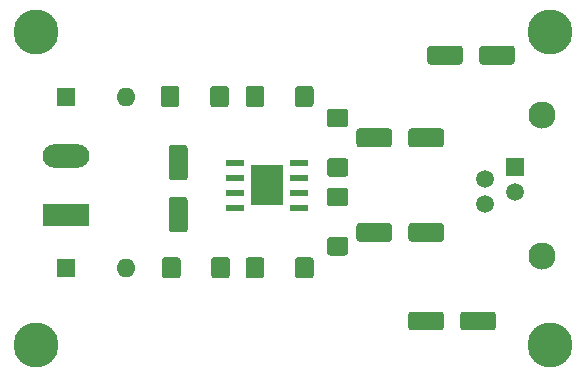
<source format=gbr>
%TF.GenerationSoftware,KiCad,Pcbnew,5.1.6-c6e7f7d~87~ubuntu20.04.1*%
%TF.CreationDate,2020-07-30T11:34:07+02:00*%
%TF.ProjectId,piezo,7069657a-6f2e-46b6-9963-61645f706362,rev?*%
%TF.SameCoordinates,Original*%
%TF.FileFunction,Soldermask,Top*%
%TF.FilePolarity,Negative*%
%FSLAX46Y46*%
G04 Gerber Fmt 4.6, Leading zero omitted, Abs format (unit mm)*
G04 Created by KiCad (PCBNEW 5.1.6-c6e7f7d~87~ubuntu20.04.1) date 2020-07-30 11:34:07*
%MOMM*%
%LPD*%
G01*
G04 APERTURE LIST*
%ADD10C,2.300000*%
%ADD11R,1.500000X1.500000*%
%ADD12C,1.500000*%
%ADD13C,3.800000*%
%ADD14R,1.550000X0.600000*%
%ADD15R,2.710000X3.400000*%
%ADD16R,3.960000X1.980000*%
%ADD17O,3.960000X1.980000*%
%ADD18O,1.600000X1.600000*%
%ADD19R,1.600000X1.600000*%
G04 APERTURE END LIST*
%TO.C,C1*%
G36*
G01*
X136500000Y-135450000D02*
X136500000Y-136550000D01*
G75*
G02*
X136250000Y-136800000I-250000J0D01*
G01*
X133750000Y-136800000D01*
G75*
G02*
X133500000Y-136550000I0J250000D01*
G01*
X133500000Y-135450000D01*
G75*
G02*
X133750000Y-135200000I250000J0D01*
G01*
X136250000Y-135200000D01*
G75*
G02*
X136500000Y-135450000I0J-250000D01*
G01*
G37*
G36*
G01*
X132100000Y-135450000D02*
X132100000Y-136550000D01*
G75*
G02*
X131850000Y-136800000I-250000J0D01*
G01*
X129350000Y-136800000D01*
G75*
G02*
X129100000Y-136550000I0J250000D01*
G01*
X129100000Y-135450000D01*
G75*
G02*
X129350000Y-135200000I250000J0D01*
G01*
X131850000Y-135200000D01*
G75*
G02*
X132100000Y-135450000I0J-250000D01*
G01*
G37*
%TD*%
D10*
%TO.C,J5*%
X144800000Y-126030000D03*
D11*
X142500000Y-130500000D03*
D12*
X139960000Y-131520000D03*
X142500000Y-132540000D03*
D10*
X144800000Y-138030000D03*
D12*
X139960000Y-133560000D03*
%TD*%
D13*
%TO.C,J1*%
X145500000Y-119000000D03*
%TD*%
%TO.C,J2*%
X145500000Y-145500000D03*
%TD*%
%TO.C,J3*%
X102000000Y-119000000D03*
%TD*%
%TO.C,J4*%
X102000000Y-145500000D03*
%TD*%
%TO.C,C2*%
G36*
G01*
X136500000Y-127450000D02*
X136500000Y-128550000D01*
G75*
G02*
X136250000Y-128800000I-250000J0D01*
G01*
X133750000Y-128800000D01*
G75*
G02*
X133500000Y-128550000I0J250000D01*
G01*
X133500000Y-127450000D01*
G75*
G02*
X133750000Y-127200000I250000J0D01*
G01*
X136250000Y-127200000D01*
G75*
G02*
X136500000Y-127450000I0J-250000D01*
G01*
G37*
G36*
G01*
X132100000Y-127450000D02*
X132100000Y-128550000D01*
G75*
G02*
X131850000Y-128800000I-250000J0D01*
G01*
X129350000Y-128800000D01*
G75*
G02*
X129100000Y-128550000I0J250000D01*
G01*
X129100000Y-127450000D01*
G75*
G02*
X129350000Y-127200000I250000J0D01*
G01*
X131850000Y-127200000D01*
G75*
G02*
X132100000Y-127450000I0J-250000D01*
G01*
G37*
%TD*%
%TO.C,C3*%
G36*
G01*
X137900000Y-144050000D02*
X137900000Y-142950000D01*
G75*
G02*
X138150000Y-142700000I250000J0D01*
G01*
X140650000Y-142700000D01*
G75*
G02*
X140900000Y-142950000I0J-250000D01*
G01*
X140900000Y-144050000D01*
G75*
G02*
X140650000Y-144300000I-250000J0D01*
G01*
X138150000Y-144300000D01*
G75*
G02*
X137900000Y-144050000I0J250000D01*
G01*
G37*
G36*
G01*
X133500000Y-144050000D02*
X133500000Y-142950000D01*
G75*
G02*
X133750000Y-142700000I250000J0D01*
G01*
X136250000Y-142700000D01*
G75*
G02*
X136500000Y-142950000I0J-250000D01*
G01*
X136500000Y-144050000D01*
G75*
G02*
X136250000Y-144300000I-250000J0D01*
G01*
X133750000Y-144300000D01*
G75*
G02*
X133500000Y-144050000I0J250000D01*
G01*
G37*
%TD*%
%TO.C,C4*%
G36*
G01*
X114550000Y-136000000D02*
X113450000Y-136000000D01*
G75*
G02*
X113200000Y-135750000I0J250000D01*
G01*
X113200000Y-133250000D01*
G75*
G02*
X113450000Y-133000000I250000J0D01*
G01*
X114550000Y-133000000D01*
G75*
G02*
X114800000Y-133250000I0J-250000D01*
G01*
X114800000Y-135750000D01*
G75*
G02*
X114550000Y-136000000I-250000J0D01*
G01*
G37*
G36*
G01*
X114550000Y-131600000D02*
X113450000Y-131600000D01*
G75*
G02*
X113200000Y-131350000I0J250000D01*
G01*
X113200000Y-128850000D01*
G75*
G02*
X113450000Y-128600000I250000J0D01*
G01*
X114550000Y-128600000D01*
G75*
G02*
X114800000Y-128850000I0J-250000D01*
G01*
X114800000Y-131350000D01*
G75*
G02*
X114550000Y-131600000I-250000J0D01*
G01*
G37*
%TD*%
%TO.C,C5*%
G36*
G01*
X139500000Y-121550000D02*
X139500000Y-120450000D01*
G75*
G02*
X139750000Y-120200000I250000J0D01*
G01*
X142250000Y-120200000D01*
G75*
G02*
X142500000Y-120450000I0J-250000D01*
G01*
X142500000Y-121550000D01*
G75*
G02*
X142250000Y-121800000I-250000J0D01*
G01*
X139750000Y-121800000D01*
G75*
G02*
X139500000Y-121550000I0J250000D01*
G01*
G37*
G36*
G01*
X135100000Y-121550000D02*
X135100000Y-120450000D01*
G75*
G02*
X135350000Y-120200000I250000J0D01*
G01*
X137850000Y-120200000D01*
G75*
G02*
X138100000Y-120450000I0J-250000D01*
G01*
X138100000Y-121550000D01*
G75*
G02*
X137850000Y-121800000I-250000J0D01*
G01*
X135350000Y-121800000D01*
G75*
G02*
X135100000Y-121550000I0J250000D01*
G01*
G37*
%TD*%
%TO.C,R1*%
G36*
G01*
X114200000Y-138349999D02*
X114200000Y-139650001D01*
G75*
G02*
X113950001Y-139900000I-249999J0D01*
G01*
X112874999Y-139900000D01*
G75*
G02*
X112625000Y-139650001I0J249999D01*
G01*
X112625000Y-138349999D01*
G75*
G02*
X112874999Y-138100000I249999J0D01*
G01*
X113950001Y-138100000D01*
G75*
G02*
X114200000Y-138349999I0J-249999D01*
G01*
G37*
G36*
G01*
X118375000Y-138349999D02*
X118375000Y-139650001D01*
G75*
G02*
X118125001Y-139900000I-249999J0D01*
G01*
X117049999Y-139900000D01*
G75*
G02*
X116800000Y-139650001I0J249999D01*
G01*
X116800000Y-138349999D01*
G75*
G02*
X117049999Y-138100000I249999J0D01*
G01*
X118125001Y-138100000D01*
G75*
G02*
X118375000Y-138349999I0J-249999D01*
G01*
G37*
%TD*%
%TO.C,R2*%
G36*
G01*
X118287000Y-123849999D02*
X118287000Y-125150001D01*
G75*
G02*
X118037001Y-125400000I-249999J0D01*
G01*
X116961999Y-125400000D01*
G75*
G02*
X116712000Y-125150001I0J249999D01*
G01*
X116712000Y-123849999D01*
G75*
G02*
X116961999Y-123600000I249999J0D01*
G01*
X118037001Y-123600000D01*
G75*
G02*
X118287000Y-123849999I0J-249999D01*
G01*
G37*
G36*
G01*
X114112000Y-123849999D02*
X114112000Y-125150001D01*
G75*
G02*
X113862001Y-125400000I-249999J0D01*
G01*
X112786999Y-125400000D01*
G75*
G02*
X112537000Y-125150001I0J249999D01*
G01*
X112537000Y-123849999D01*
G75*
G02*
X112786999Y-123600000I249999J0D01*
G01*
X113862001Y-123600000D01*
G75*
G02*
X114112000Y-123849999I0J-249999D01*
G01*
G37*
%TD*%
%TO.C,R3*%
G36*
G01*
X121288000Y-138349999D02*
X121288000Y-139650001D01*
G75*
G02*
X121038001Y-139900000I-249999J0D01*
G01*
X119962999Y-139900000D01*
G75*
G02*
X119713000Y-139650001I0J249999D01*
G01*
X119713000Y-138349999D01*
G75*
G02*
X119962999Y-138100000I249999J0D01*
G01*
X121038001Y-138100000D01*
G75*
G02*
X121288000Y-138349999I0J-249999D01*
G01*
G37*
G36*
G01*
X125463000Y-138349999D02*
X125463000Y-139650001D01*
G75*
G02*
X125213001Y-139900000I-249999J0D01*
G01*
X124137999Y-139900000D01*
G75*
G02*
X123888000Y-139650001I0J249999D01*
G01*
X123888000Y-138349999D01*
G75*
G02*
X124137999Y-138100000I249999J0D01*
G01*
X125213001Y-138100000D01*
G75*
G02*
X125463000Y-138349999I0J-249999D01*
G01*
G37*
%TD*%
%TO.C,R4*%
G36*
G01*
X125463000Y-123849999D02*
X125463000Y-125150001D01*
G75*
G02*
X125213001Y-125400000I-249999J0D01*
G01*
X124137999Y-125400000D01*
G75*
G02*
X123888000Y-125150001I0J249999D01*
G01*
X123888000Y-123849999D01*
G75*
G02*
X124137999Y-123600000I249999J0D01*
G01*
X125213001Y-123600000D01*
G75*
G02*
X125463000Y-123849999I0J-249999D01*
G01*
G37*
G36*
G01*
X121288000Y-123849999D02*
X121288000Y-125150001D01*
G75*
G02*
X121038001Y-125400000I-249999J0D01*
G01*
X119962999Y-125400000D01*
G75*
G02*
X119713000Y-125150001I0J249999D01*
G01*
X119713000Y-123849999D01*
G75*
G02*
X119962999Y-123600000I249999J0D01*
G01*
X121038001Y-123600000D01*
G75*
G02*
X121288000Y-123849999I0J-249999D01*
G01*
G37*
%TD*%
%TO.C,R5*%
G36*
G01*
X128150001Y-133788000D02*
X126849999Y-133788000D01*
G75*
G02*
X126600000Y-133538001I0J249999D01*
G01*
X126600000Y-132462999D01*
G75*
G02*
X126849999Y-132213000I249999J0D01*
G01*
X128150001Y-132213000D01*
G75*
G02*
X128400000Y-132462999I0J-249999D01*
G01*
X128400000Y-133538001D01*
G75*
G02*
X128150001Y-133788000I-249999J0D01*
G01*
G37*
G36*
G01*
X128150001Y-137963000D02*
X126849999Y-137963000D01*
G75*
G02*
X126600000Y-137713001I0J249999D01*
G01*
X126600000Y-136637999D01*
G75*
G02*
X126849999Y-136388000I249999J0D01*
G01*
X128150001Y-136388000D01*
G75*
G02*
X128400000Y-136637999I0J-249999D01*
G01*
X128400000Y-137713001D01*
G75*
G02*
X128150001Y-137963000I-249999J0D01*
G01*
G37*
%TD*%
%TO.C,R6*%
G36*
G01*
X128150001Y-131287000D02*
X126849999Y-131287000D01*
G75*
G02*
X126600000Y-131037001I0J249999D01*
G01*
X126600000Y-129961999D01*
G75*
G02*
X126849999Y-129712000I249999J0D01*
G01*
X128150001Y-129712000D01*
G75*
G02*
X128400000Y-129961999I0J-249999D01*
G01*
X128400000Y-131037001D01*
G75*
G02*
X128150001Y-131287000I-249999J0D01*
G01*
G37*
G36*
G01*
X128150001Y-127112000D02*
X126849999Y-127112000D01*
G75*
G02*
X126600000Y-126862001I0J249999D01*
G01*
X126600000Y-125786999D01*
G75*
G02*
X126849999Y-125537000I249999J0D01*
G01*
X128150001Y-125537000D01*
G75*
G02*
X128400000Y-125786999I0J-249999D01*
G01*
X128400000Y-126862001D01*
G75*
G02*
X128150001Y-127112000I-249999J0D01*
G01*
G37*
%TD*%
D14*
%TO.C,U1*%
X118800000Y-133905000D03*
X124200000Y-133905000D03*
X118800000Y-132635000D03*
X124200000Y-132635000D03*
X118800000Y-131365000D03*
X124200000Y-131365000D03*
X118800000Y-130095000D03*
X124200000Y-130095000D03*
D15*
X121500000Y-132000000D03*
%TD*%
D16*
%TO.C,X1*%
X104500000Y-134500000D03*
D17*
X104500000Y-129500000D03*
%TD*%
D18*
%TO.C,D1*%
X109580000Y-139000000D03*
D19*
X104500000Y-139000000D03*
%TD*%
%TO.C,D2*%
X104500000Y-124500000D03*
D18*
X109580000Y-124500000D03*
%TD*%
M02*

</source>
